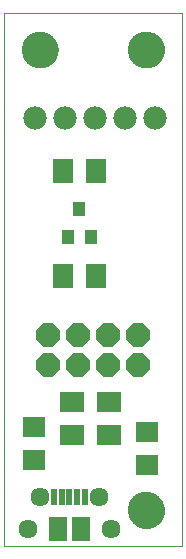
<source format=gbs>
G75*
%MOIN*%
%OFA0B0*%
%FSLAX25Y25*%
%IPPOS*%
%LPD*%
%AMOC8*
5,1,8,0,0,1.08239X$1,22.5*
%
%ADD10C,0.00000*%
%ADD11C,0.12211*%
%ADD12R,0.07487X0.06699*%
%ADD13OC8,0.07800*%
%ADD14C,0.07800*%
%ADD15R,0.03943X0.05124*%
%ADD16R,0.06699X0.08274*%
%ADD17R,0.08274X0.06699*%
%ADD18C,0.06337*%
%ADD19R,0.01975X0.05715*%
%ADD20R,0.06306X0.07880*%
D10*
X0001800Y0005756D02*
X0001800Y0183295D01*
X0060855Y0183295D01*
X0060855Y0005756D01*
X0001800Y0005756D01*
X0043138Y0017567D02*
X0043140Y0017720D01*
X0043146Y0017874D01*
X0043156Y0018027D01*
X0043170Y0018179D01*
X0043188Y0018332D01*
X0043210Y0018483D01*
X0043235Y0018634D01*
X0043265Y0018785D01*
X0043299Y0018935D01*
X0043336Y0019083D01*
X0043377Y0019231D01*
X0043422Y0019377D01*
X0043471Y0019523D01*
X0043524Y0019667D01*
X0043580Y0019809D01*
X0043640Y0019950D01*
X0043704Y0020090D01*
X0043771Y0020228D01*
X0043842Y0020364D01*
X0043917Y0020498D01*
X0043994Y0020630D01*
X0044076Y0020760D01*
X0044160Y0020888D01*
X0044248Y0021014D01*
X0044339Y0021137D01*
X0044433Y0021258D01*
X0044531Y0021376D01*
X0044631Y0021492D01*
X0044735Y0021605D01*
X0044841Y0021716D01*
X0044950Y0021824D01*
X0045062Y0021929D01*
X0045176Y0022030D01*
X0045294Y0022129D01*
X0045413Y0022225D01*
X0045535Y0022318D01*
X0045660Y0022407D01*
X0045787Y0022494D01*
X0045916Y0022576D01*
X0046047Y0022656D01*
X0046180Y0022732D01*
X0046315Y0022805D01*
X0046452Y0022874D01*
X0046591Y0022939D01*
X0046731Y0023001D01*
X0046873Y0023059D01*
X0047016Y0023114D01*
X0047161Y0023165D01*
X0047307Y0023212D01*
X0047454Y0023255D01*
X0047602Y0023294D01*
X0047751Y0023330D01*
X0047901Y0023361D01*
X0048052Y0023389D01*
X0048203Y0023413D01*
X0048356Y0023433D01*
X0048508Y0023449D01*
X0048661Y0023461D01*
X0048814Y0023469D01*
X0048967Y0023473D01*
X0049121Y0023473D01*
X0049274Y0023469D01*
X0049427Y0023461D01*
X0049580Y0023449D01*
X0049732Y0023433D01*
X0049885Y0023413D01*
X0050036Y0023389D01*
X0050187Y0023361D01*
X0050337Y0023330D01*
X0050486Y0023294D01*
X0050634Y0023255D01*
X0050781Y0023212D01*
X0050927Y0023165D01*
X0051072Y0023114D01*
X0051215Y0023059D01*
X0051357Y0023001D01*
X0051497Y0022939D01*
X0051636Y0022874D01*
X0051773Y0022805D01*
X0051908Y0022732D01*
X0052041Y0022656D01*
X0052172Y0022576D01*
X0052301Y0022494D01*
X0052428Y0022407D01*
X0052553Y0022318D01*
X0052675Y0022225D01*
X0052794Y0022129D01*
X0052912Y0022030D01*
X0053026Y0021929D01*
X0053138Y0021824D01*
X0053247Y0021716D01*
X0053353Y0021605D01*
X0053457Y0021492D01*
X0053557Y0021376D01*
X0053655Y0021258D01*
X0053749Y0021137D01*
X0053840Y0021014D01*
X0053928Y0020888D01*
X0054012Y0020760D01*
X0054094Y0020630D01*
X0054171Y0020498D01*
X0054246Y0020364D01*
X0054317Y0020228D01*
X0054384Y0020090D01*
X0054448Y0019950D01*
X0054508Y0019809D01*
X0054564Y0019667D01*
X0054617Y0019523D01*
X0054666Y0019377D01*
X0054711Y0019231D01*
X0054752Y0019083D01*
X0054789Y0018935D01*
X0054823Y0018785D01*
X0054853Y0018634D01*
X0054878Y0018483D01*
X0054900Y0018332D01*
X0054918Y0018179D01*
X0054932Y0018027D01*
X0054942Y0017874D01*
X0054948Y0017720D01*
X0054950Y0017567D01*
X0054948Y0017414D01*
X0054942Y0017260D01*
X0054932Y0017107D01*
X0054918Y0016955D01*
X0054900Y0016802D01*
X0054878Y0016651D01*
X0054853Y0016500D01*
X0054823Y0016349D01*
X0054789Y0016199D01*
X0054752Y0016051D01*
X0054711Y0015903D01*
X0054666Y0015757D01*
X0054617Y0015611D01*
X0054564Y0015467D01*
X0054508Y0015325D01*
X0054448Y0015184D01*
X0054384Y0015044D01*
X0054317Y0014906D01*
X0054246Y0014770D01*
X0054171Y0014636D01*
X0054094Y0014504D01*
X0054012Y0014374D01*
X0053928Y0014246D01*
X0053840Y0014120D01*
X0053749Y0013997D01*
X0053655Y0013876D01*
X0053557Y0013758D01*
X0053457Y0013642D01*
X0053353Y0013529D01*
X0053247Y0013418D01*
X0053138Y0013310D01*
X0053026Y0013205D01*
X0052912Y0013104D01*
X0052794Y0013005D01*
X0052675Y0012909D01*
X0052553Y0012816D01*
X0052428Y0012727D01*
X0052301Y0012640D01*
X0052172Y0012558D01*
X0052041Y0012478D01*
X0051908Y0012402D01*
X0051773Y0012329D01*
X0051636Y0012260D01*
X0051497Y0012195D01*
X0051357Y0012133D01*
X0051215Y0012075D01*
X0051072Y0012020D01*
X0050927Y0011969D01*
X0050781Y0011922D01*
X0050634Y0011879D01*
X0050486Y0011840D01*
X0050337Y0011804D01*
X0050187Y0011773D01*
X0050036Y0011745D01*
X0049885Y0011721D01*
X0049732Y0011701D01*
X0049580Y0011685D01*
X0049427Y0011673D01*
X0049274Y0011665D01*
X0049121Y0011661D01*
X0048967Y0011661D01*
X0048814Y0011665D01*
X0048661Y0011673D01*
X0048508Y0011685D01*
X0048356Y0011701D01*
X0048203Y0011721D01*
X0048052Y0011745D01*
X0047901Y0011773D01*
X0047751Y0011804D01*
X0047602Y0011840D01*
X0047454Y0011879D01*
X0047307Y0011922D01*
X0047161Y0011969D01*
X0047016Y0012020D01*
X0046873Y0012075D01*
X0046731Y0012133D01*
X0046591Y0012195D01*
X0046452Y0012260D01*
X0046315Y0012329D01*
X0046180Y0012402D01*
X0046047Y0012478D01*
X0045916Y0012558D01*
X0045787Y0012640D01*
X0045660Y0012727D01*
X0045535Y0012816D01*
X0045413Y0012909D01*
X0045294Y0013005D01*
X0045176Y0013104D01*
X0045062Y0013205D01*
X0044950Y0013310D01*
X0044841Y0013418D01*
X0044735Y0013529D01*
X0044631Y0013642D01*
X0044531Y0013758D01*
X0044433Y0013876D01*
X0044339Y0013997D01*
X0044248Y0014120D01*
X0044160Y0014246D01*
X0044076Y0014374D01*
X0043994Y0014504D01*
X0043917Y0014636D01*
X0043842Y0014770D01*
X0043771Y0014906D01*
X0043704Y0015044D01*
X0043640Y0015184D01*
X0043580Y0015325D01*
X0043524Y0015467D01*
X0043471Y0015611D01*
X0043422Y0015757D01*
X0043377Y0015903D01*
X0043336Y0016051D01*
X0043299Y0016199D01*
X0043265Y0016349D01*
X0043235Y0016500D01*
X0043210Y0016651D01*
X0043188Y0016802D01*
X0043170Y0016955D01*
X0043156Y0017107D01*
X0043146Y0017260D01*
X0043140Y0017414D01*
X0043138Y0017567D01*
X0043138Y0171110D02*
X0043140Y0171263D01*
X0043146Y0171417D01*
X0043156Y0171570D01*
X0043170Y0171722D01*
X0043188Y0171875D01*
X0043210Y0172026D01*
X0043235Y0172177D01*
X0043265Y0172328D01*
X0043299Y0172478D01*
X0043336Y0172626D01*
X0043377Y0172774D01*
X0043422Y0172920D01*
X0043471Y0173066D01*
X0043524Y0173210D01*
X0043580Y0173352D01*
X0043640Y0173493D01*
X0043704Y0173633D01*
X0043771Y0173771D01*
X0043842Y0173907D01*
X0043917Y0174041D01*
X0043994Y0174173D01*
X0044076Y0174303D01*
X0044160Y0174431D01*
X0044248Y0174557D01*
X0044339Y0174680D01*
X0044433Y0174801D01*
X0044531Y0174919D01*
X0044631Y0175035D01*
X0044735Y0175148D01*
X0044841Y0175259D01*
X0044950Y0175367D01*
X0045062Y0175472D01*
X0045176Y0175573D01*
X0045294Y0175672D01*
X0045413Y0175768D01*
X0045535Y0175861D01*
X0045660Y0175950D01*
X0045787Y0176037D01*
X0045916Y0176119D01*
X0046047Y0176199D01*
X0046180Y0176275D01*
X0046315Y0176348D01*
X0046452Y0176417D01*
X0046591Y0176482D01*
X0046731Y0176544D01*
X0046873Y0176602D01*
X0047016Y0176657D01*
X0047161Y0176708D01*
X0047307Y0176755D01*
X0047454Y0176798D01*
X0047602Y0176837D01*
X0047751Y0176873D01*
X0047901Y0176904D01*
X0048052Y0176932D01*
X0048203Y0176956D01*
X0048356Y0176976D01*
X0048508Y0176992D01*
X0048661Y0177004D01*
X0048814Y0177012D01*
X0048967Y0177016D01*
X0049121Y0177016D01*
X0049274Y0177012D01*
X0049427Y0177004D01*
X0049580Y0176992D01*
X0049732Y0176976D01*
X0049885Y0176956D01*
X0050036Y0176932D01*
X0050187Y0176904D01*
X0050337Y0176873D01*
X0050486Y0176837D01*
X0050634Y0176798D01*
X0050781Y0176755D01*
X0050927Y0176708D01*
X0051072Y0176657D01*
X0051215Y0176602D01*
X0051357Y0176544D01*
X0051497Y0176482D01*
X0051636Y0176417D01*
X0051773Y0176348D01*
X0051908Y0176275D01*
X0052041Y0176199D01*
X0052172Y0176119D01*
X0052301Y0176037D01*
X0052428Y0175950D01*
X0052553Y0175861D01*
X0052675Y0175768D01*
X0052794Y0175672D01*
X0052912Y0175573D01*
X0053026Y0175472D01*
X0053138Y0175367D01*
X0053247Y0175259D01*
X0053353Y0175148D01*
X0053457Y0175035D01*
X0053557Y0174919D01*
X0053655Y0174801D01*
X0053749Y0174680D01*
X0053840Y0174557D01*
X0053928Y0174431D01*
X0054012Y0174303D01*
X0054094Y0174173D01*
X0054171Y0174041D01*
X0054246Y0173907D01*
X0054317Y0173771D01*
X0054384Y0173633D01*
X0054448Y0173493D01*
X0054508Y0173352D01*
X0054564Y0173210D01*
X0054617Y0173066D01*
X0054666Y0172920D01*
X0054711Y0172774D01*
X0054752Y0172626D01*
X0054789Y0172478D01*
X0054823Y0172328D01*
X0054853Y0172177D01*
X0054878Y0172026D01*
X0054900Y0171875D01*
X0054918Y0171722D01*
X0054932Y0171570D01*
X0054942Y0171417D01*
X0054948Y0171263D01*
X0054950Y0171110D01*
X0054948Y0170957D01*
X0054942Y0170803D01*
X0054932Y0170650D01*
X0054918Y0170498D01*
X0054900Y0170345D01*
X0054878Y0170194D01*
X0054853Y0170043D01*
X0054823Y0169892D01*
X0054789Y0169742D01*
X0054752Y0169594D01*
X0054711Y0169446D01*
X0054666Y0169300D01*
X0054617Y0169154D01*
X0054564Y0169010D01*
X0054508Y0168868D01*
X0054448Y0168727D01*
X0054384Y0168587D01*
X0054317Y0168449D01*
X0054246Y0168313D01*
X0054171Y0168179D01*
X0054094Y0168047D01*
X0054012Y0167917D01*
X0053928Y0167789D01*
X0053840Y0167663D01*
X0053749Y0167540D01*
X0053655Y0167419D01*
X0053557Y0167301D01*
X0053457Y0167185D01*
X0053353Y0167072D01*
X0053247Y0166961D01*
X0053138Y0166853D01*
X0053026Y0166748D01*
X0052912Y0166647D01*
X0052794Y0166548D01*
X0052675Y0166452D01*
X0052553Y0166359D01*
X0052428Y0166270D01*
X0052301Y0166183D01*
X0052172Y0166101D01*
X0052041Y0166021D01*
X0051908Y0165945D01*
X0051773Y0165872D01*
X0051636Y0165803D01*
X0051497Y0165738D01*
X0051357Y0165676D01*
X0051215Y0165618D01*
X0051072Y0165563D01*
X0050927Y0165512D01*
X0050781Y0165465D01*
X0050634Y0165422D01*
X0050486Y0165383D01*
X0050337Y0165347D01*
X0050187Y0165316D01*
X0050036Y0165288D01*
X0049885Y0165264D01*
X0049732Y0165244D01*
X0049580Y0165228D01*
X0049427Y0165216D01*
X0049274Y0165208D01*
X0049121Y0165204D01*
X0048967Y0165204D01*
X0048814Y0165208D01*
X0048661Y0165216D01*
X0048508Y0165228D01*
X0048356Y0165244D01*
X0048203Y0165264D01*
X0048052Y0165288D01*
X0047901Y0165316D01*
X0047751Y0165347D01*
X0047602Y0165383D01*
X0047454Y0165422D01*
X0047307Y0165465D01*
X0047161Y0165512D01*
X0047016Y0165563D01*
X0046873Y0165618D01*
X0046731Y0165676D01*
X0046591Y0165738D01*
X0046452Y0165803D01*
X0046315Y0165872D01*
X0046180Y0165945D01*
X0046047Y0166021D01*
X0045916Y0166101D01*
X0045787Y0166183D01*
X0045660Y0166270D01*
X0045535Y0166359D01*
X0045413Y0166452D01*
X0045294Y0166548D01*
X0045176Y0166647D01*
X0045062Y0166748D01*
X0044950Y0166853D01*
X0044841Y0166961D01*
X0044735Y0167072D01*
X0044631Y0167185D01*
X0044531Y0167301D01*
X0044433Y0167419D01*
X0044339Y0167540D01*
X0044248Y0167663D01*
X0044160Y0167789D01*
X0044076Y0167917D01*
X0043994Y0168047D01*
X0043917Y0168179D01*
X0043842Y0168313D01*
X0043771Y0168449D01*
X0043704Y0168587D01*
X0043640Y0168727D01*
X0043580Y0168868D01*
X0043524Y0169010D01*
X0043471Y0169154D01*
X0043422Y0169300D01*
X0043377Y0169446D01*
X0043336Y0169594D01*
X0043299Y0169742D01*
X0043265Y0169892D01*
X0043235Y0170043D01*
X0043210Y0170194D01*
X0043188Y0170345D01*
X0043170Y0170498D01*
X0043156Y0170650D01*
X0043146Y0170803D01*
X0043140Y0170957D01*
X0043138Y0171110D01*
X0007705Y0171110D02*
X0007707Y0171263D01*
X0007713Y0171417D01*
X0007723Y0171570D01*
X0007737Y0171722D01*
X0007755Y0171875D01*
X0007777Y0172026D01*
X0007802Y0172177D01*
X0007832Y0172328D01*
X0007866Y0172478D01*
X0007903Y0172626D01*
X0007944Y0172774D01*
X0007989Y0172920D01*
X0008038Y0173066D01*
X0008091Y0173210D01*
X0008147Y0173352D01*
X0008207Y0173493D01*
X0008271Y0173633D01*
X0008338Y0173771D01*
X0008409Y0173907D01*
X0008484Y0174041D01*
X0008561Y0174173D01*
X0008643Y0174303D01*
X0008727Y0174431D01*
X0008815Y0174557D01*
X0008906Y0174680D01*
X0009000Y0174801D01*
X0009098Y0174919D01*
X0009198Y0175035D01*
X0009302Y0175148D01*
X0009408Y0175259D01*
X0009517Y0175367D01*
X0009629Y0175472D01*
X0009743Y0175573D01*
X0009861Y0175672D01*
X0009980Y0175768D01*
X0010102Y0175861D01*
X0010227Y0175950D01*
X0010354Y0176037D01*
X0010483Y0176119D01*
X0010614Y0176199D01*
X0010747Y0176275D01*
X0010882Y0176348D01*
X0011019Y0176417D01*
X0011158Y0176482D01*
X0011298Y0176544D01*
X0011440Y0176602D01*
X0011583Y0176657D01*
X0011728Y0176708D01*
X0011874Y0176755D01*
X0012021Y0176798D01*
X0012169Y0176837D01*
X0012318Y0176873D01*
X0012468Y0176904D01*
X0012619Y0176932D01*
X0012770Y0176956D01*
X0012923Y0176976D01*
X0013075Y0176992D01*
X0013228Y0177004D01*
X0013381Y0177012D01*
X0013534Y0177016D01*
X0013688Y0177016D01*
X0013841Y0177012D01*
X0013994Y0177004D01*
X0014147Y0176992D01*
X0014299Y0176976D01*
X0014452Y0176956D01*
X0014603Y0176932D01*
X0014754Y0176904D01*
X0014904Y0176873D01*
X0015053Y0176837D01*
X0015201Y0176798D01*
X0015348Y0176755D01*
X0015494Y0176708D01*
X0015639Y0176657D01*
X0015782Y0176602D01*
X0015924Y0176544D01*
X0016064Y0176482D01*
X0016203Y0176417D01*
X0016340Y0176348D01*
X0016475Y0176275D01*
X0016608Y0176199D01*
X0016739Y0176119D01*
X0016868Y0176037D01*
X0016995Y0175950D01*
X0017120Y0175861D01*
X0017242Y0175768D01*
X0017361Y0175672D01*
X0017479Y0175573D01*
X0017593Y0175472D01*
X0017705Y0175367D01*
X0017814Y0175259D01*
X0017920Y0175148D01*
X0018024Y0175035D01*
X0018124Y0174919D01*
X0018222Y0174801D01*
X0018316Y0174680D01*
X0018407Y0174557D01*
X0018495Y0174431D01*
X0018579Y0174303D01*
X0018661Y0174173D01*
X0018738Y0174041D01*
X0018813Y0173907D01*
X0018884Y0173771D01*
X0018951Y0173633D01*
X0019015Y0173493D01*
X0019075Y0173352D01*
X0019131Y0173210D01*
X0019184Y0173066D01*
X0019233Y0172920D01*
X0019278Y0172774D01*
X0019319Y0172626D01*
X0019356Y0172478D01*
X0019390Y0172328D01*
X0019420Y0172177D01*
X0019445Y0172026D01*
X0019467Y0171875D01*
X0019485Y0171722D01*
X0019499Y0171570D01*
X0019509Y0171417D01*
X0019515Y0171263D01*
X0019517Y0171110D01*
X0019515Y0170957D01*
X0019509Y0170803D01*
X0019499Y0170650D01*
X0019485Y0170498D01*
X0019467Y0170345D01*
X0019445Y0170194D01*
X0019420Y0170043D01*
X0019390Y0169892D01*
X0019356Y0169742D01*
X0019319Y0169594D01*
X0019278Y0169446D01*
X0019233Y0169300D01*
X0019184Y0169154D01*
X0019131Y0169010D01*
X0019075Y0168868D01*
X0019015Y0168727D01*
X0018951Y0168587D01*
X0018884Y0168449D01*
X0018813Y0168313D01*
X0018738Y0168179D01*
X0018661Y0168047D01*
X0018579Y0167917D01*
X0018495Y0167789D01*
X0018407Y0167663D01*
X0018316Y0167540D01*
X0018222Y0167419D01*
X0018124Y0167301D01*
X0018024Y0167185D01*
X0017920Y0167072D01*
X0017814Y0166961D01*
X0017705Y0166853D01*
X0017593Y0166748D01*
X0017479Y0166647D01*
X0017361Y0166548D01*
X0017242Y0166452D01*
X0017120Y0166359D01*
X0016995Y0166270D01*
X0016868Y0166183D01*
X0016739Y0166101D01*
X0016608Y0166021D01*
X0016475Y0165945D01*
X0016340Y0165872D01*
X0016203Y0165803D01*
X0016064Y0165738D01*
X0015924Y0165676D01*
X0015782Y0165618D01*
X0015639Y0165563D01*
X0015494Y0165512D01*
X0015348Y0165465D01*
X0015201Y0165422D01*
X0015053Y0165383D01*
X0014904Y0165347D01*
X0014754Y0165316D01*
X0014603Y0165288D01*
X0014452Y0165264D01*
X0014299Y0165244D01*
X0014147Y0165228D01*
X0013994Y0165216D01*
X0013841Y0165208D01*
X0013688Y0165204D01*
X0013534Y0165204D01*
X0013381Y0165208D01*
X0013228Y0165216D01*
X0013075Y0165228D01*
X0012923Y0165244D01*
X0012770Y0165264D01*
X0012619Y0165288D01*
X0012468Y0165316D01*
X0012318Y0165347D01*
X0012169Y0165383D01*
X0012021Y0165422D01*
X0011874Y0165465D01*
X0011728Y0165512D01*
X0011583Y0165563D01*
X0011440Y0165618D01*
X0011298Y0165676D01*
X0011158Y0165738D01*
X0011019Y0165803D01*
X0010882Y0165872D01*
X0010747Y0165945D01*
X0010614Y0166021D01*
X0010483Y0166101D01*
X0010354Y0166183D01*
X0010227Y0166270D01*
X0010102Y0166359D01*
X0009980Y0166452D01*
X0009861Y0166548D01*
X0009743Y0166647D01*
X0009629Y0166748D01*
X0009517Y0166853D01*
X0009408Y0166961D01*
X0009302Y0167072D01*
X0009198Y0167185D01*
X0009098Y0167301D01*
X0009000Y0167419D01*
X0008906Y0167540D01*
X0008815Y0167663D01*
X0008727Y0167789D01*
X0008643Y0167917D01*
X0008561Y0168047D01*
X0008484Y0168179D01*
X0008409Y0168313D01*
X0008338Y0168449D01*
X0008271Y0168587D01*
X0008207Y0168727D01*
X0008147Y0168868D01*
X0008091Y0169010D01*
X0008038Y0169154D01*
X0007989Y0169300D01*
X0007944Y0169446D01*
X0007903Y0169594D01*
X0007866Y0169742D01*
X0007832Y0169892D01*
X0007802Y0170043D01*
X0007777Y0170194D01*
X0007755Y0170345D01*
X0007737Y0170498D01*
X0007723Y0170650D01*
X0007713Y0170803D01*
X0007707Y0170957D01*
X0007705Y0171110D01*
D11*
X0013611Y0171110D03*
X0049044Y0171110D03*
X0049044Y0017567D03*
D12*
X0049300Y0032744D03*
X0049300Y0043768D03*
X0011800Y0045205D03*
X0011800Y0034181D03*
D13*
X0016406Y0065874D03*
X0016406Y0075874D03*
X0026406Y0075874D03*
X0026406Y0065874D03*
X0036406Y0065874D03*
X0036406Y0075874D03*
X0046406Y0075874D03*
X0046406Y0065874D03*
D14*
X0042036Y0148256D03*
X0032036Y0148256D03*
X0022036Y0148256D03*
X0012036Y0148256D03*
X0052036Y0148256D03*
D15*
X0030540Y0108531D03*
X0026800Y0117980D03*
X0023060Y0108531D03*
D16*
X0021288Y0095756D03*
X0032312Y0095756D03*
X0032312Y0130756D03*
X0021288Y0130756D03*
D17*
X0024300Y0053768D03*
X0024300Y0042744D03*
X0036800Y0042744D03*
X0036800Y0053768D03*
D18*
X0033296Y0022094D03*
X0037233Y0011465D03*
X0013611Y0022094D03*
X0009674Y0011465D03*
D19*
X0018335Y0022094D03*
X0020894Y0022094D03*
X0023454Y0022094D03*
X0026013Y0022094D03*
X0028572Y0022094D03*
D20*
X0027391Y0011465D03*
X0019517Y0011465D03*
M02*

</source>
